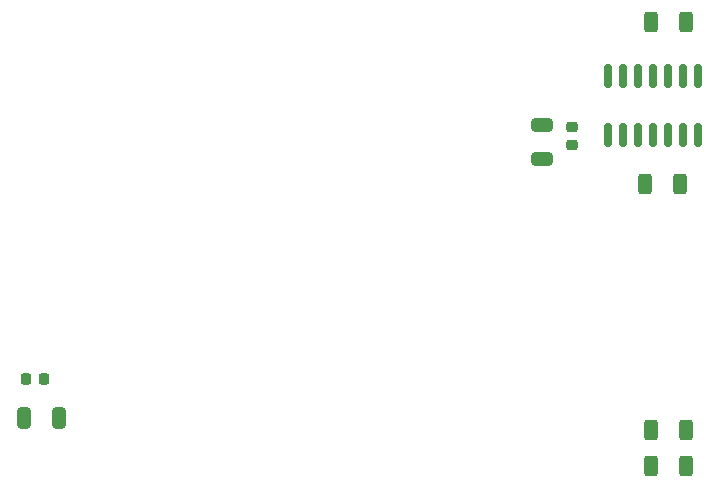
<source format=gbr>
%TF.GenerationSoftware,KiCad,Pcbnew,7.99.0-2684-g11de95778b*%
%TF.CreationDate,2023-11-20T14:54:01-05:00*%
%TF.ProjectId,ADC_MCPV01,4144435f-4d43-4505-9630-312e6b696361,rev?*%
%TF.SameCoordinates,Original*%
%TF.FileFunction,Paste,Bot*%
%TF.FilePolarity,Positive*%
%FSLAX46Y46*%
G04 Gerber Fmt 4.6, Leading zero omitted, Abs format (unit mm)*
G04 Created by KiCad (PCBNEW 7.99.0-2684-g11de95778b) date 2023-11-20 14:54:01*
%MOMM*%
%LPD*%
G01*
G04 APERTURE LIST*
G04 Aperture macros list*
%AMRoundRect*
0 Rectangle with rounded corners*
0 $1 Rounding radius*
0 $2 $3 $4 $5 $6 $7 $8 $9 X,Y pos of 4 corners*
0 Add a 4 corners polygon primitive as box body*
4,1,4,$2,$3,$4,$5,$6,$7,$8,$9,$2,$3,0*
0 Add four circle primitives for the rounded corners*
1,1,$1+$1,$2,$3*
1,1,$1+$1,$4,$5*
1,1,$1+$1,$6,$7*
1,1,$1+$1,$8,$9*
0 Add four rect primitives between the rounded corners*
20,1,$1+$1,$2,$3,$4,$5,0*
20,1,$1+$1,$4,$5,$6,$7,0*
20,1,$1+$1,$6,$7,$8,$9,0*
20,1,$1+$1,$8,$9,$2,$3,0*%
G04 Aperture macros list end*
%ADD10RoundRect,0.250000X0.325000X0.650000X-0.325000X0.650000X-0.325000X-0.650000X0.325000X-0.650000X0*%
%ADD11RoundRect,0.225000X0.225000X0.250000X-0.225000X0.250000X-0.225000X-0.250000X0.225000X-0.250000X0*%
%ADD12RoundRect,0.150000X-0.150000X0.825000X-0.150000X-0.825000X0.150000X-0.825000X0.150000X0.825000X0*%
%ADD13RoundRect,0.225000X-0.250000X0.225000X-0.250000X-0.225000X0.250000X-0.225000X0.250000X0.225000X0*%
%ADD14RoundRect,0.250000X-0.312500X-0.625000X0.312500X-0.625000X0.312500X0.625000X-0.312500X0.625000X0*%
%ADD15RoundRect,0.250000X0.312500X0.625000X-0.312500X0.625000X-0.312500X-0.625000X0.312500X-0.625000X0*%
%ADD16RoundRect,0.250000X-0.650000X0.325000X-0.650000X-0.325000X0.650000X-0.325000X0.650000X0.325000X0*%
G04 APERTURE END LIST*
D10*
%TO.C,C5*%
X104951000Y-74168000D03*
X107901000Y-74168000D03*
%TD*%
D11*
%TO.C,C4*%
X105143000Y-70866000D03*
X106693000Y-70866000D03*
%TD*%
D12*
%TO.C,U2*%
X154432000Y-45212000D03*
X155702000Y-45212000D03*
X156972000Y-45212000D03*
X158242000Y-45212000D03*
X159512000Y-45212000D03*
X160782000Y-45212000D03*
X162052000Y-45212000D03*
X162052000Y-50162000D03*
X160782000Y-50162000D03*
X159512000Y-50162000D03*
X158242000Y-50162000D03*
X156972000Y-50162000D03*
X155702000Y-50162000D03*
X154432000Y-50162000D03*
%TD*%
D13*
%TO.C,C1*%
X151384000Y-49517000D03*
X151384000Y-51067000D03*
%TD*%
D14*
%TO.C,R4*%
X157541500Y-54356000D03*
X160466500Y-54356000D03*
%TD*%
D15*
%TO.C,R2*%
X158049500Y-78232000D03*
X160974500Y-78232000D03*
%TD*%
%TO.C,R1*%
X158049500Y-75184000D03*
X160974500Y-75184000D03*
%TD*%
D16*
%TO.C,C2*%
X148844000Y-49325000D03*
X148844000Y-52275000D03*
%TD*%
D14*
%TO.C,R3*%
X158049500Y-40640000D03*
X160974500Y-40640000D03*
%TD*%
M02*

</source>
